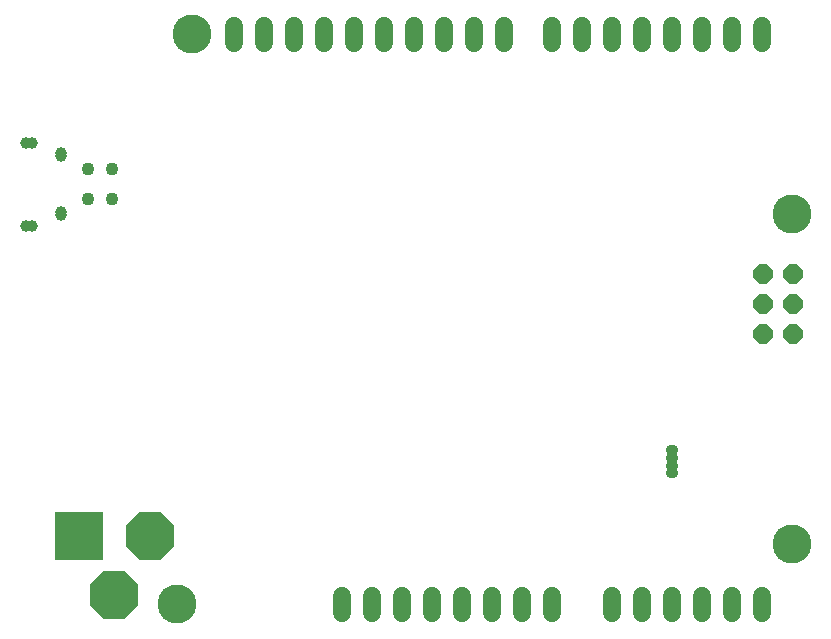
<source format=gbr>
G04 EAGLE Gerber RS-274X export*
G75*
%MOMM*%
%FSLAX34Y34*%
%LPD*%
%INSoldermask Bottom*%
%IPPOS*%
%AMOC8*
5,1,8,0,0,1.08239X$1,22.5*%
G01*
%ADD10C,3.301600*%
%ADD11P,1.787675X8X292.500000*%
%ADD12C,1.524000*%
%ADD13P,4.439531X8X202.500000*%
%ADD14P,4.439531X8X112.500000*%
%ADD15R,4.101600X4.101600*%
%ADD16C,2.051600*%
%ADD17C,0.729453*%
%ADD18C,1.001600*%
%ADD19C,1.101600*%


D10*
X660400Y355600D03*
X660400Y76200D03*
X152400Y508000D03*
X139700Y25400D03*
D11*
X636270Y304800D03*
X661670Y304800D03*
X636270Y279400D03*
X661670Y279400D03*
X636270Y254000D03*
X661670Y254000D03*
D12*
X635000Y500888D02*
X635000Y515112D01*
X609600Y515112D02*
X609600Y500888D01*
X584200Y500888D02*
X584200Y515112D01*
X558800Y515112D02*
X558800Y500888D01*
X533400Y500888D02*
X533400Y515112D01*
X508000Y515112D02*
X508000Y500888D01*
X482600Y500888D02*
X482600Y515112D01*
X457200Y515112D02*
X457200Y500888D01*
X508000Y32512D02*
X508000Y18288D01*
X533400Y18288D02*
X533400Y32512D01*
X558800Y32512D02*
X558800Y18288D01*
X584200Y18288D02*
X584200Y32512D01*
X609600Y32512D02*
X609600Y18288D01*
X635000Y18288D02*
X635000Y32512D01*
D13*
X86868Y33020D03*
D14*
X116840Y83058D03*
D15*
X56896Y83058D03*
D16*
X94488Y33020D03*
X79248Y33020D03*
X56896Y75438D03*
X56896Y90678D03*
X116840Y75438D03*
X116840Y90678D03*
D17*
X560161Y136395D02*
X560161Y137117D01*
X560161Y136395D02*
X557439Y136395D01*
X557439Y137117D01*
X560161Y137117D01*
X560161Y149395D02*
X560161Y150117D01*
X560161Y149395D02*
X557439Y149395D01*
X557439Y150117D01*
X560161Y150117D01*
X560161Y143467D02*
X560161Y142745D01*
X557439Y142745D01*
X557439Y143467D01*
X560161Y143467D01*
X560161Y155745D02*
X560161Y156467D01*
X560161Y155745D02*
X557439Y155745D01*
X557439Y156467D01*
X560161Y156467D01*
D12*
X279400Y32512D02*
X279400Y18288D01*
X304800Y18288D02*
X304800Y32512D01*
X330200Y32512D02*
X330200Y18288D01*
X355600Y18288D02*
X355600Y32512D01*
X381000Y32512D02*
X381000Y18288D01*
X406400Y18288D02*
X406400Y32512D01*
X431800Y32512D02*
X431800Y18288D01*
X457200Y18288D02*
X457200Y32512D01*
X416560Y500888D02*
X416560Y515112D01*
X391160Y515112D02*
X391160Y500888D01*
X365760Y500888D02*
X365760Y515112D01*
X340360Y515112D02*
X340360Y500888D01*
X314960Y500888D02*
X314960Y515112D01*
X289560Y515112D02*
X289560Y500888D01*
X264160Y500888D02*
X264160Y515112D01*
X238760Y515112D02*
X238760Y500888D01*
X213360Y500888D02*
X213360Y515112D01*
X187960Y515112D02*
X187960Y500888D01*
D18*
X17018Y416052D03*
X11938Y416052D03*
X17018Y345948D03*
X11938Y345948D03*
X41402Y407162D03*
X41402Y404622D03*
X41402Y357378D03*
X41402Y354838D03*
D19*
X85090Y393700D03*
X85090Y368300D03*
X65000Y393700D03*
X65000Y368300D03*
M02*

</source>
